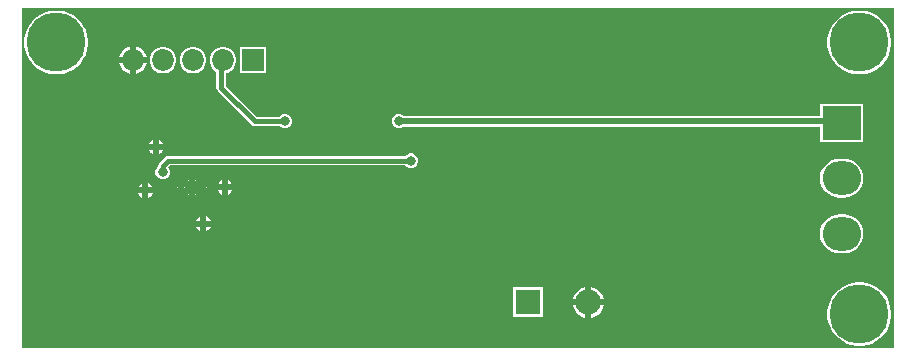
<source format=gbr>
%TF.GenerationSoftware,Altium Limited,Altium Designer,24.0.1 (36)*%
G04 Layer_Physical_Order=2*
G04 Layer_Color=16711680*
%FSLAX45Y45*%
%MOMM*%
%TF.SameCoordinates,B6A77970-8F51-4162-B198-D5255F9352F6*%
%TF.FilePolarity,Positive*%
%TF.FileFunction,Copper,L2,Bot,Signal*%
%TF.Part,Single*%
G01*
G75*
%TA.AperFunction,Conductor*%
%ADD21C,0.40000*%
%ADD22C,0.50000*%
%TA.AperFunction,ComponentPad*%
%ADD26R,3.25000X2.85000*%
%ADD27O,3.25000X2.85000*%
%ADD28C,0.30000*%
%ADD29R,2.15000X2.15000*%
%ADD30C,2.15000*%
%ADD31C,5.00000*%
%ADD32C,1.85000*%
%ADD33R,1.85000X1.85000*%
%TA.AperFunction,ViaPad*%
%ADD34C,0.80000*%
G36*
X7441373Y58627D02*
X58627D01*
Y2941374D01*
X7441373D01*
Y58627D01*
D02*
G37*
%LPC*%
G36*
X1025000Y2614946D02*
Y2525000D01*
X1114946D01*
X1109493Y2545353D01*
X1094023Y2572147D01*
X1072147Y2594024D01*
X1045353Y2609493D01*
X1025000Y2614946D01*
D02*
G37*
G36*
X975000D02*
X954647Y2609493D01*
X927853Y2594024D01*
X905977Y2572147D01*
X890507Y2545353D01*
X885054Y2525000D01*
X975000D01*
Y2614946D01*
D02*
G37*
G36*
X2128500Y2612500D02*
X1903500D01*
Y2387500D01*
X2128500D01*
Y2612500D01*
D02*
G37*
G36*
X1522811D02*
X1493189D01*
X1464577Y2604833D01*
X1438923Y2590023D01*
X1417978Y2569077D01*
X1403167Y2543423D01*
X1395500Y2514811D01*
Y2485189D01*
X1403167Y2456577D01*
X1417978Y2430924D01*
X1438923Y2409978D01*
X1464577Y2395167D01*
X1493189Y2387500D01*
X1522811D01*
X1551423Y2395167D01*
X1577077Y2409978D01*
X1598022Y2430924D01*
X1612833Y2456577D01*
X1620500Y2485189D01*
Y2514811D01*
X1612833Y2543423D01*
X1598022Y2569077D01*
X1577077Y2590023D01*
X1551423Y2604833D01*
X1522811Y2612500D01*
D02*
G37*
G36*
X1268811D02*
X1239189D01*
X1210577Y2604833D01*
X1184923Y2590023D01*
X1163978Y2569077D01*
X1149167Y2543423D01*
X1141500Y2514811D01*
Y2485189D01*
X1149167Y2456577D01*
X1163978Y2430924D01*
X1184923Y2409978D01*
X1210577Y2395167D01*
X1239189Y2387500D01*
X1268811D01*
X1297423Y2395167D01*
X1323077Y2409978D01*
X1344022Y2430924D01*
X1358833Y2456577D01*
X1366500Y2485189D01*
Y2514811D01*
X1358833Y2543423D01*
X1344022Y2569077D01*
X1323077Y2590023D01*
X1297423Y2604833D01*
X1268811Y2612500D01*
D02*
G37*
G36*
X1114946Y2475000D02*
X1025000D01*
Y2385054D01*
X1045353Y2390508D01*
X1072147Y2405977D01*
X1094023Y2427853D01*
X1109493Y2454647D01*
X1114946Y2475000D01*
D02*
G37*
G36*
X975000D02*
X885054D01*
X890507Y2454647D01*
X905977Y2427853D01*
X927853Y2405977D01*
X954647Y2390508D01*
X975000Y2385054D01*
Y2475000D01*
D02*
G37*
G36*
X7171249Y2920000D02*
X7128751D01*
X7086775Y2913352D01*
X7046356Y2900219D01*
X7008489Y2880925D01*
X6974107Y2855945D01*
X6944055Y2825893D01*
X6919075Y2791511D01*
X6899781Y2753644D01*
X6886648Y2713225D01*
X6880000Y2671249D01*
Y2628751D01*
X6886648Y2586775D01*
X6899781Y2546356D01*
X6919075Y2508489D01*
X6944055Y2474107D01*
X6974107Y2444056D01*
X7008489Y2419075D01*
X7046356Y2399781D01*
X7086775Y2386648D01*
X7128751Y2380000D01*
X7171249D01*
X7213225Y2386648D01*
X7253644Y2399781D01*
X7291511Y2419075D01*
X7325893Y2444056D01*
X7355944Y2474107D01*
X7380925Y2508489D01*
X7400219Y2546356D01*
X7413352Y2586775D01*
X7420000Y2628751D01*
Y2671249D01*
X7413352Y2713225D01*
X7400219Y2753644D01*
X7380925Y2791511D01*
X7355944Y2825893D01*
X7325893Y2855945D01*
X7291511Y2880925D01*
X7253644Y2900219D01*
X7213225Y2913352D01*
X7171249Y2920000D01*
D02*
G37*
G36*
X371249D02*
X328751D01*
X286775Y2913352D01*
X246356Y2900219D01*
X208489Y2880925D01*
X174107Y2855945D01*
X144056Y2825893D01*
X119075Y2791511D01*
X99781Y2753644D01*
X86648Y2713225D01*
X80000Y2671249D01*
Y2628751D01*
X86648Y2586775D01*
X99781Y2546356D01*
X119075Y2508489D01*
X144056Y2474107D01*
X174107Y2444056D01*
X208489Y2419075D01*
X246356Y2399781D01*
X286775Y2386648D01*
X328751Y2380000D01*
X371249D01*
X413225Y2386648D01*
X453644Y2399781D01*
X491511Y2419075D01*
X525893Y2444056D01*
X555945Y2474107D01*
X580925Y2508489D01*
X600219Y2546356D01*
X613352Y2586775D01*
X620000Y2628751D01*
Y2671249D01*
X613352Y2713225D01*
X600219Y2753644D01*
X580925Y2791511D01*
X555945Y2825893D01*
X525893Y2855945D01*
X491511Y2880925D01*
X453644Y2900219D01*
X413225Y2913352D01*
X371249Y2920000D01*
D02*
G37*
G36*
X7182500Y2132500D02*
X6817500D01*
Y2027082D01*
X3290171D01*
X3285187Y2032066D01*
X3263135Y2041200D01*
X3239265D01*
X3217213Y2032066D01*
X3200334Y2015187D01*
X3191200Y1993135D01*
Y1969265D01*
X3200334Y1947213D01*
X3217213Y1930334D01*
X3239265Y1921200D01*
X3263135D01*
X3285187Y1930334D01*
X3290171Y1935318D01*
X6817500D01*
Y1807500D01*
X7182500D01*
Y2132500D01*
D02*
G37*
G36*
X1776811Y2612500D02*
X1747189D01*
X1718577Y2604833D01*
X1692923Y2590023D01*
X1671978Y2569077D01*
X1657167Y2543423D01*
X1649500Y2514811D01*
Y2485189D01*
X1657167Y2456577D01*
X1671978Y2430924D01*
X1692923Y2409978D01*
X1705217Y2402880D01*
Y2267201D01*
X1705216Y2267200D01*
X1707806Y2254182D01*
X1708321Y2251593D01*
X1717162Y2238362D01*
X2003161Y1952362D01*
X2003162Y1952362D01*
X2016393Y1943521D01*
X2018982Y1943006D01*
X2032000Y1940416D01*
X2032001Y1940416D01*
X2241931D01*
X2252013Y1930334D01*
X2274065Y1921200D01*
X2297935D01*
X2319987Y1930334D01*
X2336866Y1947213D01*
X2346000Y1969265D01*
Y1993135D01*
X2336866Y2015187D01*
X2319987Y2032066D01*
X2297935Y2041200D01*
X2274065D01*
X2252013Y2032066D01*
X2241931Y2021984D01*
X2048893D01*
X1786784Y2284093D01*
Y2390172D01*
X1805423Y2395167D01*
X1831077Y2409978D01*
X1852022Y2430924D01*
X1866833Y2456577D01*
X1874500Y2485189D01*
Y2514811D01*
X1866833Y2543423D01*
X1852022Y2569077D01*
X1831077Y2590023D01*
X1805423Y2604833D01*
X1776811Y2612500D01*
D02*
G37*
G36*
X1218800Y1825894D02*
Y1790300D01*
X1254394D01*
X1254370Y1790389D01*
X1245813Y1805211D01*
X1233711Y1817313D01*
X1218889Y1825870D01*
X1218800Y1825894D01*
D02*
G37*
G36*
X1168800D02*
X1168711Y1825870D01*
X1153889Y1817313D01*
X1141787Y1805211D01*
X1133230Y1790389D01*
X1133206Y1790300D01*
X1168800D01*
Y1825894D01*
D02*
G37*
G36*
X1254394Y1740300D02*
X1218800D01*
Y1704706D01*
X1218889Y1704730D01*
X1233711Y1713287D01*
X1245813Y1725389D01*
X1254370Y1740211D01*
X1254394Y1740300D01*
D02*
G37*
G36*
X1168800D02*
X1133206D01*
X1133230Y1740211D01*
X1141787Y1725389D01*
X1153889Y1713287D01*
X1168711Y1704730D01*
X1168800Y1704706D01*
Y1740300D01*
D02*
G37*
G36*
X3361935Y1710000D02*
X3338065D01*
X3316013Y1700866D01*
X3305931Y1690784D01*
X1300000D01*
X1284393Y1687679D01*
X1271162Y1678838D01*
X1271161Y1678838D01*
X1226872Y1634549D01*
X1218032Y1621318D01*
X1217516Y1618729D01*
X1214927Y1605711D01*
X1214927Y1605710D01*
Y1599780D01*
X1199135Y1583987D01*
X1190000Y1561935D01*
Y1538065D01*
X1199135Y1516013D01*
X1216013Y1499134D01*
X1238065Y1490000D01*
X1261935D01*
X1283987Y1499134D01*
X1300866Y1516013D01*
X1310000Y1538065D01*
Y1561935D01*
X1300866Y1583987D01*
X1296494Y1588359D01*
Y1588817D01*
X1316893Y1609216D01*
X3305931D01*
X3316013Y1599134D01*
X3338065Y1590000D01*
X3361935D01*
X3383987Y1599134D01*
X3400865Y1616013D01*
X3410000Y1638065D01*
Y1661935D01*
X3400865Y1683987D01*
X3383987Y1700866D01*
X3361935Y1710000D01*
D02*
G37*
G36*
X1525000Y1539068D02*
Y1532500D01*
X1531568D01*
X1525000Y1539068D01*
D02*
G37*
G36*
X1475000D02*
X1468432Y1532500D01*
X1475000D01*
Y1539068D01*
D02*
G37*
G36*
X1531568Y1482500D02*
X1525000D01*
Y1475932D01*
X1531568Y1482500D01*
D02*
G37*
G36*
X1475000D02*
X1468432D01*
X1475000Y1475932D01*
Y1482500D01*
D02*
G37*
G36*
X1620000Y1481568D02*
Y1475000D01*
X1626569D01*
X1620000Y1481568D01*
D02*
G37*
G36*
X1430000D02*
Y1475000D01*
X1436568D01*
X1430000Y1481568D01*
D02*
G37*
G36*
X1570000D02*
X1563432Y1475000D01*
X1570000D01*
Y1481568D01*
D02*
G37*
G36*
X1380000D02*
X1373432Y1475000D01*
X1380000D01*
Y1481568D01*
D02*
G37*
G36*
X1803000Y1482994D02*
Y1447400D01*
X1838594D01*
X1838570Y1447489D01*
X1830013Y1462311D01*
X1817911Y1474413D01*
X1803089Y1482970D01*
X1803000Y1482994D01*
D02*
G37*
G36*
X1753000D02*
X1752911Y1482970D01*
X1738089Y1474413D01*
X1725987Y1462311D01*
X1717430Y1447489D01*
X1717406Y1447400D01*
X1753000D01*
Y1482994D01*
D02*
G37*
G36*
X1129900Y1457594D02*
Y1422000D01*
X1165494D01*
X1165470Y1422089D01*
X1156913Y1436911D01*
X1144811Y1449013D01*
X1129989Y1457570D01*
X1129900Y1457594D01*
D02*
G37*
G36*
X1079900D02*
X1079811Y1457570D01*
X1064989Y1449013D01*
X1052887Y1436911D01*
X1044330Y1422089D01*
X1044306Y1422000D01*
X1079900D01*
Y1457594D01*
D02*
G37*
G36*
X1626569Y1425000D02*
X1620000D01*
Y1418432D01*
X1626569Y1425000D01*
D02*
G37*
G36*
X1436568D02*
X1430000D01*
Y1418432D01*
X1436568Y1425000D01*
D02*
G37*
G36*
X1570000D02*
X1563432D01*
X1570000Y1418432D01*
Y1425000D01*
D02*
G37*
G36*
X1380000D02*
X1373432D01*
X1380000Y1418432D01*
Y1425000D01*
D02*
G37*
G36*
X1525000Y1424068D02*
Y1417500D01*
X1531568D01*
X1525000Y1424068D01*
D02*
G37*
G36*
X1475000D02*
X1468432Y1417500D01*
X1475000D01*
Y1424068D01*
D02*
G37*
G36*
X1838594Y1397400D02*
X1803000D01*
Y1361806D01*
X1803089Y1361830D01*
X1817911Y1370387D01*
X1830013Y1382489D01*
X1838570Y1397311D01*
X1838594Y1397400D01*
D02*
G37*
G36*
X1753000D02*
X1717406D01*
X1717430Y1397311D01*
X1725987Y1382489D01*
X1738089Y1370387D01*
X1752911Y1361830D01*
X1753000Y1361806D01*
Y1397400D01*
D02*
G37*
G36*
X1531568Y1367500D02*
X1525000D01*
Y1360931D01*
X1531568Y1367500D01*
D02*
G37*
G36*
X1475000D02*
X1468432D01*
X1475000Y1360931D01*
Y1367500D01*
D02*
G37*
G36*
X7020000Y1663286D02*
X6980000D01*
X6948144Y1660149D01*
X6917513Y1650857D01*
X6889283Y1635768D01*
X6864539Y1615461D01*
X6844232Y1590717D01*
X6829143Y1562487D01*
X6819851Y1531856D01*
X6816714Y1500000D01*
X6819851Y1468144D01*
X6829143Y1437513D01*
X6844232Y1409283D01*
X6864539Y1384539D01*
X6889283Y1364232D01*
X6917513Y1349143D01*
X6948144Y1339851D01*
X6980000Y1336714D01*
X7020000D01*
X7051856Y1339851D01*
X7082487Y1349143D01*
X7110717Y1364232D01*
X7135461Y1384539D01*
X7155768Y1409283D01*
X7170857Y1437513D01*
X7180149Y1468144D01*
X7183286Y1500000D01*
X7180149Y1531856D01*
X7170857Y1562487D01*
X7155768Y1590717D01*
X7135461Y1615461D01*
X7110717Y1635768D01*
X7082487Y1650857D01*
X7051856Y1660149D01*
X7020000Y1663286D01*
D02*
G37*
G36*
X1165494Y1372000D02*
X1129900D01*
Y1336406D01*
X1129989Y1336430D01*
X1144811Y1344987D01*
X1156913Y1357089D01*
X1165470Y1371911D01*
X1165494Y1372000D01*
D02*
G37*
G36*
X1079900D02*
X1044306D01*
X1044330Y1371911D01*
X1052887Y1357089D01*
X1064989Y1344987D01*
X1079811Y1336430D01*
X1079900Y1336406D01*
Y1372000D01*
D02*
G37*
G36*
X1621057Y1176694D02*
Y1141100D01*
X1656651D01*
X1656628Y1141189D01*
X1648070Y1156011D01*
X1635968Y1168113D01*
X1621147Y1176670D01*
X1621057Y1176694D01*
D02*
G37*
G36*
X1571058D02*
X1570968Y1176670D01*
X1556147Y1168113D01*
X1544045Y1156011D01*
X1535487Y1141189D01*
X1535464Y1141100D01*
X1571058D01*
Y1176694D01*
D02*
G37*
G36*
X1656651Y1091100D02*
X1621057D01*
Y1055506D01*
X1621147Y1055530D01*
X1635968Y1064087D01*
X1648070Y1076189D01*
X1656628Y1091011D01*
X1656651Y1091100D01*
D02*
G37*
G36*
X1571058D02*
X1535464D01*
X1535487Y1091011D01*
X1544045Y1076189D01*
X1556147Y1064087D01*
X1570968Y1055530D01*
X1571058Y1055506D01*
Y1091100D01*
D02*
G37*
G36*
X7020000Y1193286D02*
X6980000D01*
X6948144Y1190149D01*
X6917513Y1180857D01*
X6889283Y1165768D01*
X6864539Y1145461D01*
X6844232Y1120717D01*
X6829143Y1092487D01*
X6819851Y1061856D01*
X6816714Y1030000D01*
X6819851Y998144D01*
X6829143Y967513D01*
X6844232Y939283D01*
X6864539Y914539D01*
X6889283Y894232D01*
X6917513Y879143D01*
X6948144Y869851D01*
X6980000Y866714D01*
X7020000D01*
X7051856Y869851D01*
X7082487Y879143D01*
X7110717Y894232D01*
X7135461Y914539D01*
X7155768Y939283D01*
X7170857Y967513D01*
X7180149Y998144D01*
X7183286Y1030000D01*
X7180149Y1061856D01*
X7170857Y1092487D01*
X7155768Y1120717D01*
X7135461Y1145461D01*
X7110717Y1165768D01*
X7082487Y1180857D01*
X7051856Y1190149D01*
X7020000Y1193286D01*
D02*
G37*
G36*
X4879000Y580475D02*
Y475000D01*
X4984475D01*
X4977470Y501143D01*
X4960026Y531357D01*
X4935357Y556026D01*
X4905143Y573470D01*
X4879000Y580475D01*
D02*
G37*
G36*
X4829000D02*
X4802857Y573470D01*
X4772643Y556026D01*
X4747974Y531357D01*
X4730530Y501143D01*
X4723525Y475000D01*
X4829000D01*
Y580475D01*
D02*
G37*
G36*
X4473500Y577500D02*
X4218500D01*
Y322500D01*
X4473500D01*
Y577500D01*
D02*
G37*
G36*
X4984475Y425000D02*
X4879000D01*
Y319525D01*
X4905143Y326530D01*
X4935357Y343974D01*
X4960026Y368643D01*
X4977470Y398857D01*
X4984475Y425000D01*
D02*
G37*
G36*
X4829000D02*
X4723525D01*
X4730530Y398857D01*
X4747974Y368643D01*
X4772643Y343974D01*
X4802857Y326530D01*
X4829000Y319525D01*
Y425000D01*
D02*
G37*
G36*
X7171249Y620000D02*
X7128751D01*
X7086775Y613352D01*
X7046356Y600219D01*
X7008489Y580925D01*
X6974107Y555945D01*
X6944055Y525893D01*
X6919075Y491511D01*
X6899781Y453644D01*
X6886648Y413225D01*
X6880000Y371249D01*
Y328751D01*
X6886648Y286775D01*
X6899781Y246356D01*
X6919075Y208489D01*
X6944055Y174107D01*
X6974107Y144056D01*
X7008489Y119075D01*
X7046356Y99781D01*
X7086775Y86648D01*
X7128751Y80000D01*
X7171249D01*
X7213225Y86648D01*
X7253644Y99781D01*
X7291511Y119075D01*
X7325893Y144056D01*
X7355944Y174107D01*
X7380925Y208489D01*
X7400219Y246356D01*
X7413352Y286775D01*
X7420000Y328751D01*
Y371249D01*
X7413352Y413225D01*
X7400219Y453644D01*
X7380925Y491511D01*
X7355944Y525893D01*
X7325893Y555945D01*
X7291511Y580925D01*
X7253644Y600219D01*
X7213225Y613352D01*
X7171249Y620000D01*
D02*
G37*
%LPD*%
D21*
X1746000Y2267200D02*
Y2500000D01*
X2032000Y1981200D02*
X2286000D01*
X1746000Y2267200D02*
X2032000Y1981200D01*
X1250000Y1550000D02*
X1255711Y1555711D01*
Y1605711D01*
X1300000Y1650000D01*
X3350000D01*
D22*
X6988800Y1981200D02*
X7000000Y1970000D01*
X3251200Y1981200D02*
X6988800D01*
D26*
X7000000Y1970000D02*
D03*
D27*
Y1500000D02*
D03*
Y1030000D02*
D03*
D28*
X1405000Y1450000D02*
D03*
X1500000Y1507500D02*
D03*
Y1392500D02*
D03*
X1595000Y1450000D02*
D03*
D29*
X4346000Y450000D02*
D03*
D30*
X4854000D02*
D03*
D31*
X350000Y2650000D02*
D03*
X7150000Y350000D02*
D03*
Y2650000D02*
D03*
D32*
X1000000Y2500000D02*
D03*
X1762000D02*
D03*
X1508000D02*
D03*
X1254000D02*
D03*
D33*
X2016000D02*
D03*
D34*
X1193800Y1765300D02*
D03*
X1104900Y1397000D02*
D03*
X1778000Y1422400D02*
D03*
X1596058Y1116100D02*
D03*
X3251200Y1981200D02*
D03*
X2286000D02*
D03*
X3350000Y1650000D02*
D03*
X1250000Y1550000D02*
D03*
%TF.MD5,962b20b234aad3bc29c057469f664c1d*%
M02*

</source>
